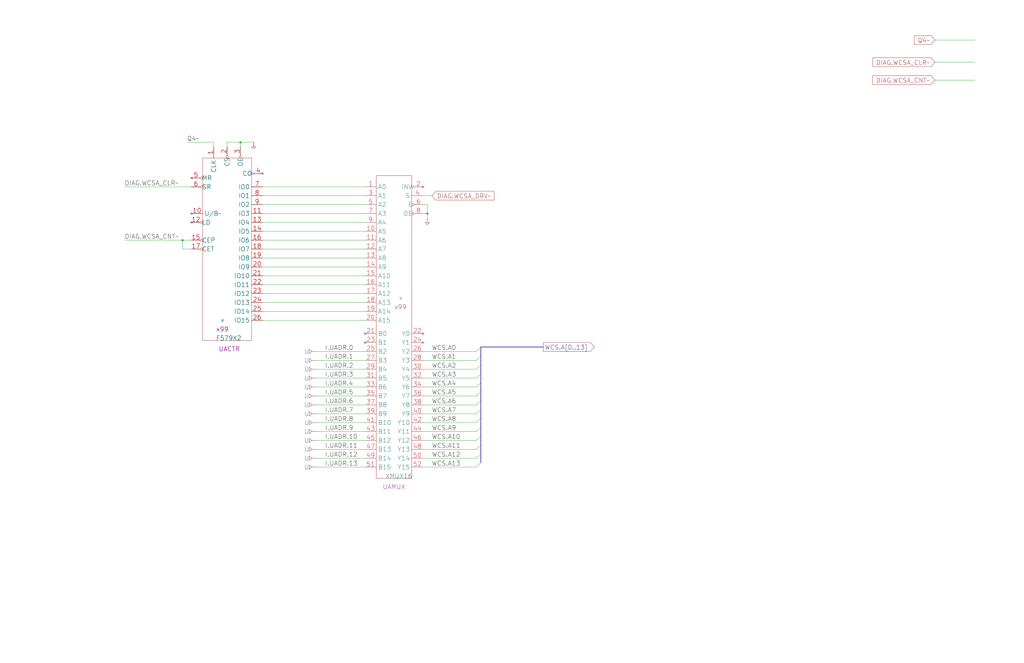
<source format=kicad_sch>
(kicad_sch (version 20220404) (generator eeschema)
  (paper "User" 584.2 378.46)
  (title_block (title "CONTROL STORE\\nADDRESSING") (date "22-SEP-90") (rev "2.0") (comment 1 "IOC") (comment 2 "232-003061") (comment 3 "S400") (comment 4 "RELEASED"))
  (lib_symbols
    (symbol "r1000:F579X2" (pin_names (offset 1.016))
      (property "Reference" "U" (at 2.54 5.08 0))
      (property "Value" "F579X2" (at -1.27 -5.08 0))
      (property "Location" "___" (at -1.27 0 0))
      (property "Name" "______" (at 6.35 -12.7 0))
      (symbol "F579X2_1_1"
        (circle (center -9.525 45.72) (radius 0.635))
        (circle (center -9.525 50.8) (radius 0.635))
        (circle (center -9.525 60.96) (radius 0.635))
        (circle (center -9.525 81.28) (radius 0.635))
        (circle (center -9.525 86.36) (radius 0.635))
        (rectangle (start -8.89 97.79) (end 19.05 -6.35))
        (circle (center 5.08 98.425) (radius 0.635))
        (circle (center 12.7 98.425) (radius 0.635))
        (circle (center 19.685 88.9) (radius 0.635))
        (pin input line (at -2.54 104.14 270) (length 6.35) (name "CLK") (number "1"))
        (pin input line (at -15.24 66.04 0) (length 6.35) (name "U/B~") (number "10"))
        (pin bidirectional line (at 25.4 66.04 180) (length 6.35) (name "IO3") (number "11"))
        (pin input line (at -15.24 60.96 0) (length 5.08) (name "LD") (number "12"))
        (pin bidirectional line (at 25.4 60.96 180) (length 6.35) (name "IO4") (number "13"))
        (pin bidirectional line (at 25.4 55.88 180) (length 6.35) (name "IO5") (number "14"))
        (pin input line (at -15.24 50.8 0) (length 5.08) (name "CEP") (number "15"))
        (pin bidirectional line (at 25.4 50.8 180) (length 6.35) (name "IO6") (number "16"))
        (pin input line (at -15.24 45.72 0) (length 5.08) (name "CET") (number "17"))
        (pin bidirectional line (at 25.4 45.72 180) (length 6.35) (name "IO7") (number "18"))
        (pin bidirectional line (at 25.4 40.64 180) (length 6.35) (name "IO8") (number "19"))
        (pin input line (at 5.08 104.14 270) (length 5.08) (name "CS") (number "2"))
        (pin bidirectional line (at 25.4 35.56 180) (length 6.35) (name "IO9") (number "20"))
        (pin bidirectional line (at 25.4 30.48 180) (length 6.35) (name "IO10") (number "21"))
        (pin bidirectional line (at 25.4 25.4 180) (length 6.35) (name "IO11") (number "22"))
        (pin bidirectional line (at 25.4 20.32 180) (length 6.35) (name "IO12") (number "23"))
        (pin bidirectional line (at 25.4 15.24 180) (length 6.35) (name "IO13") (number "24"))
        (pin bidirectional line (at 25.4 10.16 180) (length 6.35) (name "IO14") (number "25"))
        (pin bidirectional line (at 25.4 5.08 180) (length 6.35) (name "IO15") (number "26"))
        (pin input line (at 12.7 104.14 270) (length 5.08) (name "OE") (number "3"))
        (pin output line (at 25.4 88.9 180) (length 5.08) (name "CO") (number "4"))
        (pin input line (at -15.24 86.36 0) (length 5.08) (name "MR") (number "5"))
        (pin input line (at -15.24 81.28 0) (length 5.08) (name "SR") (number "6"))
        (pin bidirectional line (at 25.4 81.28 180) (length 6.35) (name "IO0") (number "7"))
        (pin bidirectional line (at 25.4 76.2 180) (length 6.35) (name "IO1") (number "8"))
        (pin bidirectional line (at 25.4 71.12 180) (length 6.35) (name "IO2") (number "9"))
      )
    )
    (symbol "r1000:GB" (pin_numbers hide) (pin_names (offset 0) hide)
      (property "Reference" "GB" (at 3.81 0 0))
      (symbol "GB_0_1"
        (polyline (pts (xy 2.54 0) (xy 3.81 1.27) (xy 3.81 -1.27) (xy 2.54 0)) (stroke (width 0.1524)))
      )
      (symbol "GB_1_1"
        (pin bidirectional line (at 0 0 0) (length 2.54) (name "") (number "1"))
      )
    )
    (symbol "r1000:PD" (power) (pin_numbers hide) (pin_names hide) (in_bom no)
      (symbol "PD_0_1"
        (polyline (pts (xy 0 -2.54) (xy 1.27 -2.54) (xy 0 -3.81) (xy -1.27 -2.54) (xy 0 -2.54)) (stroke (width 0.1524)))
      )
      (symbol "PD_1_1"
        (pin power_in line (at 0 0 270) (length 2.54) (name "PD") (number "1"))
      )
    )
    (symbol "r1000:XMUX16" (pin_names (offset 1.016))
      (property "Reference" "U" (at 2.54 5.08 0))
      (property "Value" "XMUX16" (at -6.35 -96.52 0))
      (property "Location" "___" (at -1.27 0 0))
      (property "Name" "______" (at -1.27 -104.14 0))
      (symbol "XMUX16_1_1"
        (rectangle (start -11.43 74.93) (end 8.89 -97.79))
        (circle (center 9.525 53.34) (radius 0.635))
        (circle (center 9.525 58.42) (radius 0.635))
        (circle (center 9.525 68.58) (radius 0.635))
        (pin input line (at -17.78 68.58 0) (length 6.35) (name "A0") (number "1"))
        (pin input line (at -17.78 43.18 0) (length 6.35) (name "A5") (number "10"))
        (pin input line (at -17.78 38.1 0) (length 6.35) (name "A6") (number "11"))
        (pin input line (at -17.78 33.02 0) (length 6.35) (name "A7") (number "12"))
        (pin input line (at -17.78 27.94 0) (length 6.35) (name "A8") (number "13"))
        (pin input line (at -17.78 22.86 0) (length 6.35) (name "A9") (number "14"))
        (pin input line (at -17.78 17.78 0) (length 6.35) (name "A10") (number "15"))
        (pin input line (at -17.78 12.7 0) (length 6.35) (name "A11") (number "16"))
        (pin input line (at -17.78 7.62 0) (length 6.35) (name "A12") (number "17"))
        (pin input line (at -17.78 2.54 0) (length 6.35) (name "A13") (number "18"))
        (pin input line (at -17.78 -2.54 0) (length 6.35) (name "A14") (number "19"))
        (pin input line (at 15.24 68.58 180) (length 5.08) (name "INV") (number "2"))
        (pin input line (at -17.78 -7.62 0) (length 6.35) (name "A15") (number "20"))
        (pin input line (at -17.78 -15.24 0) (length 6.35) (name "B0") (number "21"))
        (pin tri_state line (at 15.24 -15.24 180) (length 6.35) (name "Y0") (number "22"))
        (pin input line (at -17.78 -20.32 0) (length 6.35) (name "B1") (number "23"))
        (pin tri_state line (at 15.24 -20.32 180) (length 6.35) (name "Y1") (number "24"))
        (pin input line (at -17.78 -25.4 0) (length 6.35) (name "B2") (number "25"))
        (pin tri_state line (at 15.24 -25.4 180) (length 6.35) (name "Y2") (number "26"))
        (pin input line (at -17.78 -30.48 0) (length 6.35) (name "B3") (number "27"))
        (pin tri_state line (at 15.24 -30.48 180) (length 6.35) (name "Y3") (number "28"))
        (pin input line (at -17.78 -35.56 0) (length 6.35) (name "B4") (number "29"))
        (pin input line (at -17.78 63.5 0) (length 6.35) (name "A1") (number "3"))
        (pin tri_state line (at 15.24 -35.56 180) (length 6.35) (name "Y4") (number "30"))
        (pin input line (at -17.78 -40.64 0) (length 6.35) (name "B5") (number "31"))
        (pin tri_state line (at 15.24 -40.64 180) (length 6.35) (name "Y5") (number "32"))
        (pin input line (at -17.78 -45.72 0) (length 6.35) (name "B6") (number "33"))
        (pin tri_state line (at 15.24 -45.72 180) (length 6.35) (name "Y6") (number "34"))
        (pin input line (at -17.78 -50.8 0) (length 6.35) (name "B7") (number "35"))
        (pin tri_state line (at 15.24 -50.8 180) (length 6.35) (name "Y7") (number "36"))
        (pin input line (at -17.78 -55.88 0) (length 6.35) (name "B8") (number "37"))
        (pin tri_state line (at 15.24 -55.88 180) (length 6.35) (name "Y8") (number "38"))
        (pin input line (at -17.78 -60.96 0) (length 6.35) (name "B9") (number "39"))
        (pin input line (at 15.24 63.5 180) (length 6.35) (name "S") (number "4"))
        (pin tri_state line (at 15.24 -60.96 180) (length 6.35) (name "Y9") (number "40"))
        (pin input line (at -17.78 -66.04 0) (length 6.35) (name "B10") (number "41"))
        (pin tri_state line (at 15.24 -66.04 180) (length 6.35) (name "Y10") (number "42"))
        (pin input line (at -17.78 -71.12 0) (length 6.35) (name "B11") (number "43"))
        (pin tri_state line (at 15.24 -71.12 180) (length 6.35) (name "Y11") (number "44"))
        (pin input line (at -17.78 -76.2 0) (length 6.35) (name "B12") (number "45"))
        (pin tri_state line (at 15.24 -76.2 180) (length 6.35) (name "Y12") (number "46"))
        (pin input line (at -17.78 -81.28 0) (length 6.35) (name "B13") (number "47"))
        (pin tri_state line (at 15.24 -81.28 180) (length 6.35) (name "Y13") (number "48"))
        (pin input line (at -17.78 -86.36 0) (length 6.35) (name "B14") (number "49"))
        (pin input line (at -17.78 58.42 0) (length 6.35) (name "A2") (number "5"))
        (pin tri_state line (at 15.24 -86.36 180) (length 6.35) (name "Y14") (number "50"))
        (pin input line (at -17.78 -91.44 0) (length 6.35) (name "B15") (number "51"))
        (pin tri_state line (at 15.24 -91.44 180) (length 6.35) (name "Y15") (number "52"))
        (pin input line (at 15.24 58.42 180) (length 5.08) (name "E") (number "6"))
        (pin input line (at -17.78 53.34 0) (length 6.35) (name "A3") (number "7"))
        (pin input line (at 15.24 53.34 180) (length 5.08) (name "OE") (number "8"))
        (pin input line (at -17.78 48.26 0) (length 6.35) (name "A4") (number "9"))
      )
    )
  )
  (junction (at 137.16 81.28))
  (junction (at 243.84 121.92))
  (junction (at 104.14 137.16))
  (no_connect (at 208.28 190.5))
  (no_connect (at 208.28 195.58))
  (no_connect (at 241.3 190.5))
  (no_connect (at 241.3 195.58))
  (no_connect (at 109.22 101.6))
  (no_connect (at 109.22 121.92))
  (no_connect (at 241.3 106.68))
  (no_connect (at 149.86 99.06))
  (no_connect (at 109.22 127))
  (bus_entry (at 274.32 243.84) (size -2.54 2.54))
  (bus_entry (at 274.32 248.92) (size -2.54 2.54))
  (bus_entry (at 274.32 213.36) (size -2.54 2.54))
  (bus_entry (at 274.32 198.12) (size -2.54 2.54))
  (bus_entry (at 274.32 228.6) (size -2.54 2.54))
  (bus_entry (at 274.32 259.08) (size -2.54 2.54))
  (bus_entry (at 274.32 218.44) (size -2.54 2.54))
  (bus_entry (at 274.32 233.68) (size -2.54 2.54))
  (bus_entry (at 274.32 238.76) (size -2.54 2.54))
  (bus_entry (at 274.32 223.52) (size -2.54 2.54))
  (bus_entry (at 274.32 254) (size -2.54 2.54))
  (bus_entry (at 274.32 264.16) (size -2.54 2.54))
  (bus_entry (at 274.32 208.28) (size -2.54 2.54))
  (bus_entry (at 274.32 203.2) (size -2.54 2.54))
  (wire (pts (xy 241.3 220.98) (xy 271.78 220.98)))
  (wire (pts (xy 71.12 137.16) (xy 104.14 137.16)))
  (wire (pts (xy 241.3 111.76) (xy 246.38 111.76)))
  (wire (pts (xy 149.86 172.72) (xy 208.28 172.72)))
  (wire (pts (xy 121.92 81.28) (xy 106.68 81.28)))
  (bus (pts (xy 274.32 208.28) (xy 274.32 213.36)))
  (wire (pts (xy 243.84 116.84) (xy 243.84 121.92)))
  (bus (pts (xy 274.32 238.76) (xy 274.32 243.84)))
  (wire (pts (xy 241.3 215.9) (xy 271.78 215.9)))
  (bus (pts (xy 274.32 198.12) (xy 274.32 203.2)))
  (bus (pts (xy 309.88 495.3) (xy 309.88 500.38)))
  (wire (pts (xy 533.4 45.72) (xy 556.26 45.72)))
  (bus (pts (xy 274.32 198.12) (xy 309.88 198.12)))
  (wire (pts (xy 149.86 121.92) (xy 208.28 121.92)))
  (bus (pts (xy 274.32 254) (xy 274.32 259.08)))
  (wire (pts (xy 149.86 127) (xy 208.28 127)))
  (wire (pts (xy 180.34 236.22) (xy 208.28 236.22)))
  (wire (pts (xy 180.34 220.98) (xy 208.28 220.98)))
  (wire (pts (xy 241.3 251.46) (xy 271.78 251.46)))
  (wire (pts (xy 149.86 106.68) (xy 208.28 106.68)))
  (wire (pts (xy 149.86 177.8) (xy 208.28 177.8)))
  (wire (pts (xy 121.92 83.82) (xy 121.92 81.28)))
  (wire (pts (xy 180.34 246.38) (xy 208.28 246.38)))
  (wire (pts (xy 241.3 200.66) (xy 271.78 200.66)))
  (wire (pts (xy 241.3 246.38) (xy 271.78 246.38)))
  (wire (pts (xy 149.86 142.24) (xy 208.28 142.24)))
  (wire (pts (xy 180.34 205.74) (xy 208.28 205.74)))
  (wire (pts (xy 149.86 137.16) (xy 208.28 137.16)))
  (wire (pts (xy 241.3 116.84) (xy 243.84 116.84)))
  (wire (pts (xy 180.34 226.06) (xy 208.28 226.06)))
  (wire (pts (xy 241.3 266.7) (xy 271.78 266.7)))
  (wire (pts (xy 149.86 116.84) (xy 208.28 116.84)))
  (wire (pts (xy 129.54 83.82) (xy 129.54 81.28)))
  (bus (pts (xy 274.32 233.68) (xy 274.32 238.76)))
  (wire (pts (xy 137.16 81.28) (xy 137.16 83.82)))
  (wire (pts (xy 180.34 241.3) (xy 208.28 241.3)))
  (wire (pts (xy 180.34 256.54) (xy 208.28 256.54)))
  (wire (pts (xy 149.86 182.88) (xy 208.28 182.88)))
  (wire (pts (xy 149.86 152.4) (xy 208.28 152.4)))
  (wire (pts (xy 109.22 142.24) (xy 104.14 142.24)))
  (wire (pts (xy 241.3 261.62) (xy 271.78 261.62)))
  (wire (pts (xy 180.34 200.66) (xy 208.28 200.66)))
  (wire (pts (xy 241.3 236.22) (xy 271.78 236.22)))
  (wire (pts (xy 241.3 231.14) (xy 271.78 231.14)))
  (wire (pts (xy 243.84 124.46) (xy 243.84 121.92)))
  (wire (pts (xy 180.34 210.82) (xy 208.28 210.82)))
  (wire (pts (xy 149.86 147.32) (xy 208.28 147.32)))
  (wire (pts (xy 180.34 231.14) (xy 208.28 231.14)))
  (wire (pts (xy 149.86 111.76) (xy 208.28 111.76)))
  (wire (pts (xy 129.54 81.28) (xy 137.16 81.28)))
  (wire (pts (xy 241.3 241.3) (xy 271.78 241.3)))
  (bus (pts (xy 274.32 213.36) (xy 274.32 218.44)))
  (wire (pts (xy 180.34 251.46) (xy 208.28 251.46)))
  (wire (pts (xy 149.86 167.64) (xy 208.28 167.64)))
  (bus (pts (xy 274.32 218.44) (xy 274.32 223.52)))
  (bus (pts (xy 274.32 248.92) (xy 274.32 254)))
  (bus (pts (xy 274.32 203.2) (xy 274.32 208.28)))
  (wire (pts (xy 180.34 261.62) (xy 208.28 261.62)))
  (bus (pts (xy 274.32 243.84) (xy 274.32 248.92)))
  (wire (pts (xy 533.4 22.86) (xy 556.26 22.86)))
  (wire (pts (xy 137.16 81.28) (xy 144.78 81.28)))
  (wire (pts (xy 149.86 132.08) (xy 208.28 132.08)))
  (wire (pts (xy 104.14 137.16) (xy 109.22 137.16)))
  (wire (pts (xy 241.3 256.54) (xy 271.78 256.54)))
  (wire (pts (xy 149.86 157.48) (xy 208.28 157.48)))
  (wire (pts (xy 180.34 215.9) (xy 208.28 215.9)))
  (wire (pts (xy 180.34 266.7) (xy 208.28 266.7)))
  (wire (pts (xy 533.4 35.56) (xy 556.26 35.56)))
  (wire (pts (xy 241.3 205.74) (xy 271.78 205.74)))
  (wire (pts (xy 241.3 226.06) (xy 271.78 226.06)))
  (bus (pts (xy 274.32 228.6) (xy 274.32 233.68)))
  (bus (pts (xy 274.32 223.52) (xy 274.32 228.6)))
  (wire (pts (xy 243.84 121.92) (xy 241.3 121.92)))
  (bus (pts (xy 274.32 259.08) (xy 274.32 264.16)))
  (wire (pts (xy 241.3 210.82) (xy 271.78 210.82)))
  (wire (pts (xy 149.86 162.56) (xy 208.28 162.56)))
  (wire (pts (xy 71.12 106.68) (xy 109.22 106.68)))
  (wire (pts (xy 104.14 142.24) (xy 104.14 137.16)))
  (label "WCS.A8" (at 246.38 241.3 0) (effects (font (size 2.54 2.54))))
  (label "I.UADR.6" (at 185.42 231.14 0) (effects (font (size 2.54 2.54))))
  (label "DIAG.WCSA_CLR~" (at 71.12 106.68 0) (effects (font (size 2.54 2.54))))
  (label "WCS.A4" (at 246.38 220.98 0) (effects (font (size 2.54 2.54))))
  (label "WCS.A9" (at 246.38 246.38 0) (effects (font (size 2.54 2.54))))
  (label "WCS.A11" (at 246.38 256.54 0) (effects (font (size 2.54 2.54))))
  (label "I.UADR.9" (at 185.42 246.38 0) (effects (font (size 2.54 2.54))))
  (label "I.UADR.0" (at 185.42 200.66 0) (effects (font (size 2.54 2.54))))
  (label "WCS.A10" (at 246.38 251.46 0) (effects (font (size 2.54 2.54))))
  (label "I.UADR.3" (at 185.42 215.9 0) (effects (font (size 2.54 2.54))))
  (label "WCS.A12" (at 246.38 261.62 0) (effects (font (size 2.54 2.54))))
  (label "I.UADR.5" (at 185.42 226.06 0) (effects (font (size 2.54 2.54))))
  (label "WCS.A3" (at 246.38 215.9 0) (effects (font (size 2.54 2.54))))
  (label "Q4~" (at 106.68 81.28 0) (effects (font (size 2.54 2.54))))
  (label "I.UADR.1" (at 185.42 205.74 0) (effects (font (size 2.54 2.54))))
  (label "WCS.A6" (at 246.38 231.14 0) (effects (font (size 2.54 2.54))))
  (label "WCS.A2" (at 246.38 210.82 0) (effects (font (size 2.54 2.54))))
  (label "I.UADR.8" (at 185.42 241.3 0) (effects (font (size 2.54 2.54))))
  (label "DIAG.WCSA_CNT~" (at 71.12 137.16 0) (effects (font (size 2.54 2.54))))
  (label "WCS.A1" (at 246.38 205.74 0) (effects (font (size 2.54 2.54))))
  (label "I.UADR.4" (at 185.42 220.98 0) (effects (font (size 2.54 2.54))))
  (label "WCS.A0" (at 246.38 200.66 0) (effects (font (size 2.54 2.54))))
  (label "WCS.A5" (at 246.38 226.06 0) (effects (font (size 2.54 2.54))))
  (label "I.UADR.11" (at 185.42 256.54 0) (effects (font (size 2.54 2.54))))
  (label "WCS.A13" (at 246.38 266.7 0) (effects (font (size 2.54 2.54))))
  (label "I.UADR.7" (at 185.42 236.22 0) (effects (font (size 2.54 2.54))))
  (label "I.UADR.2" (at 185.42 210.82 0) (effects (font (size 2.54 2.54))))
  (label "I.UADR.13" (at 185.42 266.7 0) (effects (font (size 2.54 2.54))))
  (label "I.UADR.12" (at 185.42 261.62 0) (effects (font (size 2.54 2.54))))
  (label "I.UADR.10" (at 185.42 251.46 0) (effects (font (size 2.54 2.54))))
  (label "WCS.A7" (at 246.38 236.22 0) (effects (font (size 2.54 2.54))))
  (global_label "DIAG.WCSA_CLR~" (shape input) (at 533.4 35.56 180) (effects (font (size 2.54 2.54))) (property "Intersheet References" "${INTERSHEET_REFS}" (at 497.973 35.4013 0) (effects (font (size 1.905 1.905)) (justify right))))
  (global_label "DIAG.WCSA_CNT~" (shape input) (at 533.4 45.72 180) (effects (font (size 2.54 2.54))) (property "Intersheet References" "${INTERSHEET_REFS}" (at 497.973 45.5613 0) (effects (font (size 1.905 1.905)) (justify right))))
  (global_label "DIAG.WCSA_DRV~" (shape input) (at 246.38 111.76 0) (effects (font (size 2.54 2.54))) (property "Intersheet References" "${INTERSHEET_REFS}" (at 281.9279 111.6013 0) (effects (font (size 1.905 1.905)) (justify left))))
  (global_label "Q4~" (shape input) (at 533.4 22.86 180) (effects (font (size 2.54 2.54))) (property "Intersheet References" "${INTERSHEET_REFS}" (at 515.5111 22.7013 0) (effects (font (size 1.905 1.905)) (justify right))))
  (global_label "WCS.A[0..13]" (shape output) (at 309.88 198.12 0) (effects (font (size 2.54 2.54))) (property "Intersheet References" "${INTERSHEET_REFS}" (at 339.0174 197.9613 0) (effects (font (size 1.905 1.905)) (justify left))))
  (symbol (lib_id "r1000:GB") (at 180.34 226.06 0) (mirror y) (unit 1)
    (default_instance (reference "U") (unit 1) (value "") (footprint ""))
    (property "Reference" "U" (at 176.53 226.06 0) (effects (font (size 2.54 2.54)) (justify left)))
  )
  (symbol (lib_id "r1000:GB") (at 180.34 246.38 0) (mirror y) (unit 1)
    (default_instance (reference "U") (unit 1) (value "") (footprint ""))
    (property "Reference" "U" (at 176.53 246.38 0) (effects (font (size 2.54 2.54)) (justify left)))
  )
  (symbol (lib_id "r1000:PD") (at 144.78 81.28 0) (unit 1) (in_bom no)
    (default_instance (reference "U") (unit 1) (value "") (footprint ""))
    (property "Reference" "U" (effects hide))
  )
  (symbol (lib_id "r1000:XMUX16") (at 226.06 175.26 0) (unit 1)
    (default_instance (reference "U") (unit 1) (value "XMUX16") (footprint ""))
    (property "Reference" "U" (at 228.6 170.18 0))
    (property "Value" "XMUX16" (at 219.71 271.78 0) (effects (font (size 2.54 2.54)) (justify left)))
    (property "Location" "x99" (at 224.79 175.26 0) (effects (font (size 2.54 2.54)) (justify left)))
    (property "Name" "UAMUX" (at 224.79 279.4 0) (effects (font (size 2.54 2.54)) (justify bottom)))
  )
  (symbol (lib_id "r1000:GB") (at 180.34 266.7 0) (mirror y) (unit 1)
    (default_instance (reference "U") (unit 1) (value "") (footprint ""))
    (property "Reference" "U" (at 176.53 266.7 0) (effects (font (size 2.54 2.54)) (justify left)))
  )
  (symbol (lib_id "r1000:PD") (at 243.84 124.46 0) (unit 1) (in_bom no)
    (default_instance (reference "U") (unit 1) (value "") (footprint ""))
    (property "Reference" "U" (effects hide))
  )
  (symbol (lib_id "r1000:GB") (at 180.34 200.66 0) (mirror y) (unit 1)
    (default_instance (reference "U") (unit 1) (value "") (footprint ""))
    (property "Reference" "U" (at 176.53 200.66 0) (effects (font (size 2.54 2.54)) (justify left)))
  )
  (symbol (lib_id "r1000:GB") (at 180.34 241.3 0) (mirror y) (unit 1)
    (default_instance (reference "U") (unit 1) (value "") (footprint ""))
    (property "Reference" "U" (at 176.53 241.3 0) (effects (font (size 2.54 2.54)) (justify left)))
  )
  (symbol (lib_id "r1000:GB") (at 180.34 256.54 0) (mirror y) (unit 1)
    (default_instance (reference "U") (unit 1) (value "") (footprint ""))
    (property "Reference" "U" (at 176.53 256.54 0) (effects (font (size 2.54 2.54)) (justify left)))
  )
  (symbol (lib_id "r1000:GB") (at 180.34 205.74 0) (mirror y) (unit 1)
    (default_instance (reference "U") (unit 1) (value "") (footprint ""))
    (property "Reference" "U" (at 176.53 205.74 0) (effects (font (size 2.54 2.54)) (justify left)))
  )
  (symbol (lib_id "r1000:GB") (at 180.34 220.98 0) (mirror y) (unit 1)
    (default_instance (reference "U") (unit 1) (value "") (footprint ""))
    (property "Reference" "U" (at 176.53 220.98 0) (effects (font (size 2.54 2.54)) (justify left)))
  )
  (symbol (lib_id "r1000:GB") (at 180.34 251.46 0) (mirror y) (unit 1)
    (default_instance (reference "U") (unit 1) (value "") (footprint ""))
    (property "Reference" "U" (at 176.53 251.46 0) (effects (font (size 2.54 2.54)) (justify left)))
  )
  (symbol (lib_id "r1000:GB") (at 180.34 236.22 0) (mirror y) (unit 1)
    (default_instance (reference "U") (unit 1) (value "") (footprint ""))
    (property "Reference" "U" (at 176.53 236.22 0) (effects (font (size 2.54 2.54)) (justify left)))
  )
  (symbol (lib_id "r1000:F579X2") (at 124.46 187.96 0) (unit 1)
    (default_instance (reference "U") (unit 1) (value "F579X2") (footprint ""))
    (property "Reference" "U" (at 127 182.88 0))
    (property "Value" "F579X2" (at 123.19 193.04 0) (effects (font (size 2.54 2.54)) (justify left)))
    (property "Location" "x99" (at 123.19 187.96 0) (effects (font (size 2.54 2.54)) (justify left)))
    (property "Name" "UACTR" (at 130.81 200.66 0) (effects (font (size 2.54 2.54)) (justify bottom)))
  )
  (symbol (lib_id "r1000:GB") (at 180.34 261.62 0) (mirror y) (unit 1)
    (default_instance (reference "U") (unit 1) (value "") (footprint ""))
    (property "Reference" "U" (at 176.53 261.62 0) (effects (font (size 2.54 2.54)) (justify left)))
  )
  (symbol (lib_id "r1000:GB") (at 180.34 231.14 0) (mirror y) (unit 1)
    (default_instance (reference "U") (unit 1) (value "") (footprint ""))
    (property "Reference" "U" (at 176.53 231.14 0) (effects (font (size 2.54 2.54)) (justify left)))
  )
  (symbol (lib_id "r1000:GB") (at 180.34 210.82 0) (mirror y) (unit 1)
    (default_instance (reference "U") (unit 1) (value "") (footprint ""))
    (property "Reference" "U" (at 176.53 210.82 0) (effects (font (size 2.54 2.54)) (justify left)))
  )
  (symbol (lib_id "r1000:GB") (at 180.34 215.9 0) (mirror y) (unit 1)
    (default_instance (reference "U") (unit 1) (value "") (footprint ""))
    (property "Reference" "U" (at 176.53 215.9 0) (effects (font (size 2.54 2.54)) (justify left)))
  )
)
</source>
